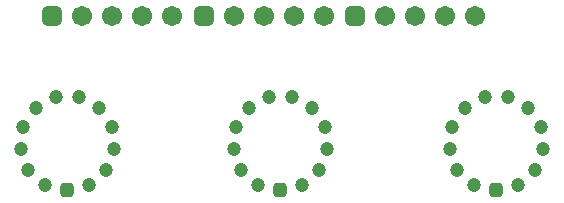
<source format=gbr>
%TF.GenerationSoftware,Altium Limited,Altium Designer,20.0.9 (164)*%
G04 Layer_Color=8388736*
%FSLAX45Y45*%
%MOMM*%
%TF.FileFunction,Soldermask,Top*%
%TF.Part,Single*%
G01*
G75*
%TA.AperFunction,ComponentPad*%
%ADD19C,1.20320*%
G04:AMPARAMS|DCode=20|XSize=1.2032mm|YSize=1.2032mm|CornerRadius=0.3516mm|HoleSize=0mm|Usage=FLASHONLY|Rotation=180.000|XOffset=0mm|YOffset=0mm|HoleType=Round|Shape=RoundedRectangle|*
%AMROUNDEDRECTD20*
21,1,1.20320,0.50000,0,0,180.0*
21,1,0.50000,1.20320,0,0,180.0*
1,1,0.70320,-0.25000,0.25000*
1,1,0.70320,0.25000,0.25000*
1,1,0.70320,0.25000,-0.25000*
1,1,0.70320,-0.25000,-0.25000*
%
%ADD20ROUNDEDRECTD20*%
G04:AMPARAMS|DCode=21|XSize=1.7032mm|YSize=1.7032mm|CornerRadius=0.4766mm|HoleSize=0mm|Usage=FLASHONLY|Rotation=90.000|XOffset=0mm|YOffset=0mm|HoleType=Round|Shape=RoundedRectangle|*
%AMROUNDEDRECTD21*
21,1,1.70320,0.75000,0,0,90.0*
21,1,0.75000,1.70320,0,0,90.0*
1,1,0.95320,0.37500,0.37500*
1,1,0.95320,0.37500,-0.37500*
1,1,0.95320,-0.37500,-0.37500*
1,1,0.95320,-0.37500,0.37500*
%
%ADD21ROUNDEDRECTD21*%
%ADD22C,1.70320*%
D19*
X1443000Y465930D02*
D03*
X1586281Y591711D02*
D03*
X1654044Y770828D02*
D03*
X1630838Y961145D02*
D03*
X1522029Y1119137D02*
D03*
X1352682Y1207245D02*
D03*
X1161195Y1208448D02*
D03*
X991726Y1118950D02*
D03*
X884582Y961202D02*
D03*
X860280Y772153D02*
D03*
X927300Y590100D02*
D03*
X1071567Y465695D02*
D03*
X4703767D02*
D03*
X4559500Y590100D02*
D03*
X4492480Y772153D02*
D03*
X4516782Y961202D02*
D03*
X4623926Y1118950D02*
D03*
X4793395Y1208448D02*
D03*
X4984882Y1207245D02*
D03*
X5154229Y1119137D02*
D03*
X5263038Y961145D02*
D03*
X5286244Y770828D02*
D03*
X5218481Y591711D02*
D03*
X5075200Y465930D02*
D03*
X2874967Y465695D02*
D03*
X2730700Y590100D02*
D03*
X2663680Y772153D02*
D03*
X2687982Y961202D02*
D03*
X2795126Y1118950D02*
D03*
X2964595Y1208448D02*
D03*
X3156082Y1207245D02*
D03*
X3325429Y1119137D02*
D03*
X3434238Y961145D02*
D03*
X3457444Y770828D02*
D03*
X3389681Y591711D02*
D03*
X3246400Y465930D02*
D03*
D20*
X1257300Y420100D02*
D03*
X4889500D02*
D03*
X3060700D02*
D03*
D21*
X2413000Y1899600D02*
D03*
X3695700D02*
D03*
X1130300D02*
D03*
D22*
X2667000D02*
D03*
X2921000D02*
D03*
X3175000D02*
D03*
X3429000D02*
D03*
X3949700D02*
D03*
X4203700D02*
D03*
X4457700D02*
D03*
X4711700D02*
D03*
X2146300D02*
D03*
X1892300D02*
D03*
X1638300D02*
D03*
X1384300D02*
D03*
%TF.MD5,ef6801a06c90a36f9f35f9a486d234f0*%
M02*

</source>
